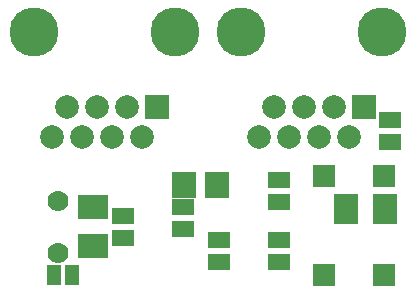
<source format=gbs>
G04 (created by PCBNEW-RS274X (2011-07-08)-stable) date Wed 10 Aug 2011 06:35:13 PM EDT*
G01*
G70*
G90*
%MOIN*%
G04 Gerber Fmt 3.4, Leading zero omitted, Abs format*
%FSLAX34Y34*%
G04 APERTURE LIST*
%ADD10C,0.006000*%
%ADD11R,0.082900X0.090900*%
%ADD12C,0.163700*%
%ADD13R,0.079100X0.079100*%
%ADD14C,0.079100*%
%ADD15R,0.075000X0.075000*%
%ADD16R,0.075000X0.055000*%
%ADD17R,0.080000X0.100000*%
%ADD18R,0.100000X0.080000*%
%ADD19C,0.070000*%
%ADD20R,0.045000X0.065000*%
G04 APERTURE END LIST*
G54D10*
G54D11*
X55041Y-42000D03*
X56159Y-42000D03*
G54D12*
X56962Y-36900D03*
X61635Y-36900D03*
G54D13*
X61050Y-39400D03*
G54D14*
X60550Y-40400D03*
X60050Y-39400D03*
X59550Y-40400D03*
X59050Y-39400D03*
X58550Y-40400D03*
X58050Y-39400D03*
X57550Y-40400D03*
G54D12*
X50062Y-36900D03*
X54735Y-36900D03*
G54D13*
X54150Y-39400D03*
G54D14*
X53650Y-40400D03*
X53150Y-39400D03*
X52650Y-40400D03*
X52150Y-39400D03*
X51650Y-40400D03*
X51150Y-39400D03*
X50650Y-40400D03*
G54D15*
X61700Y-41700D03*
X61700Y-45000D03*
G54D16*
X58200Y-43825D03*
X58200Y-44575D03*
X58200Y-42575D03*
X58200Y-41825D03*
X55000Y-42725D03*
X55000Y-43475D03*
X56200Y-44575D03*
X56200Y-43825D03*
X53000Y-43775D03*
X53000Y-43025D03*
G54D17*
X61750Y-42800D03*
X60450Y-42800D03*
G54D18*
X52000Y-44050D03*
X52000Y-42750D03*
G54D19*
X50830Y-44265D03*
X50830Y-42535D03*
G54D15*
X59700Y-41700D03*
X59700Y-45000D03*
G54D16*
X61900Y-40575D03*
X61900Y-39825D03*
G54D20*
X50700Y-45000D03*
X51300Y-45000D03*
M02*

</source>
